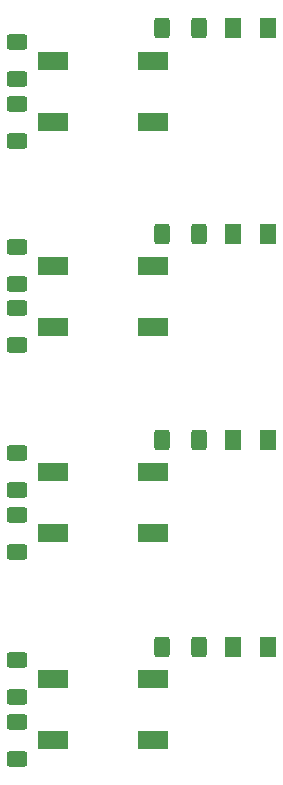
<source format=gtp>
G04 #@! TF.GenerationSoftware,KiCad,Pcbnew,8.0.1*
G04 #@! TF.CreationDate,2024-04-30T12:08:52+02:00*
G04 #@! TF.ProjectId,Taiko IoBoard,5461696b-6f20-4496-9f42-6f6172642e6b,1*
G04 #@! TF.SameCoordinates,Original*
G04 #@! TF.FileFunction,Paste,Top*
G04 #@! TF.FilePolarity,Positive*
%FSLAX46Y46*%
G04 Gerber Fmt 4.6, Leading zero omitted, Abs format (unit mm)*
G04 Created by KiCad (PCBNEW 8.0.1) date 2024-04-30 12:08:52*
%MOMM*%
%LPD*%
G01*
G04 APERTURE LIST*
G04 Aperture macros list*
%AMRoundRect*
0 Rectangle with rounded corners*
0 $1 Rounding radius*
0 $2 $3 $4 $5 $6 $7 $8 $9 X,Y pos of 4 corners*
0 Add a 4 corners polygon primitive as box body*
4,1,4,$2,$3,$4,$5,$6,$7,$8,$9,$2,$3,0*
0 Add four circle primitives for the rounded corners*
1,1,$1+$1,$2,$3*
1,1,$1+$1,$4,$5*
1,1,$1+$1,$6,$7*
1,1,$1+$1,$8,$9*
0 Add four rect primitives between the rounded corners*
20,1,$1+$1,$2,$3,$4,$5,0*
20,1,$1+$1,$4,$5,$6,$7,0*
20,1,$1+$1,$6,$7,$8,$9,0*
20,1,$1+$1,$8,$9,$2,$3,0*%
G04 Aperture macros list end*
%ADD10RoundRect,0.250000X0.625000X-0.400000X0.625000X0.400000X-0.625000X0.400000X-0.625000X-0.400000X0*%
%ADD11R,2.500000X1.524000*%
%ADD12RoundRect,0.250000X-0.400000X-0.625000X0.400000X-0.625000X0.400000X0.625000X-0.400000X0.625000X0*%
%ADD13RoundRect,0.250001X0.462499X0.624999X-0.462499X0.624999X-0.462499X-0.624999X0.462499X-0.624999X0*%
G04 APERTURE END LIST*
D10*
X110350000Y-91959637D03*
X110350000Y-88859637D03*
D11*
X121850000Y-90359637D03*
X121850000Y-85209637D03*
X113350000Y-85209637D03*
X113350000Y-90359637D03*
D12*
X122612500Y-82534637D03*
X125712500Y-82534637D03*
X122612500Y-30134637D03*
X125712500Y-30134637D03*
D10*
X110350000Y-56941851D03*
X110350000Y-53841851D03*
D13*
X131587500Y-47529351D03*
X128612500Y-47529351D03*
D10*
X110350000Y-51766851D03*
X110350000Y-48666851D03*
D11*
X121850000Y-72837500D03*
X121850000Y-67687500D03*
X113350000Y-67687500D03*
X113350000Y-72837500D03*
X121850000Y-38034637D03*
X121850000Y-32884637D03*
X113350000Y-32884637D03*
X113350000Y-38034637D03*
D10*
X110350000Y-86709637D03*
X110350000Y-83609637D03*
D13*
X131587500Y-82534637D03*
X128612500Y-82534637D03*
D10*
X110350000Y-74437500D03*
X110350000Y-71337500D03*
D13*
X131587500Y-65000000D03*
X128612500Y-65000000D03*
D10*
X110350000Y-69187500D03*
X110350000Y-66087500D03*
D13*
X131587500Y-30134637D03*
X128612500Y-30134637D03*
D10*
X110350000Y-34384637D03*
X110350000Y-31284637D03*
D12*
X122612500Y-65000000D03*
X125712500Y-65000000D03*
X122612500Y-47529351D03*
X125712500Y-47529351D03*
D11*
X121850000Y-55379351D03*
X121850000Y-50229351D03*
X113350000Y-50229351D03*
X113350000Y-55379351D03*
D10*
X110350000Y-39634637D03*
X110350000Y-36534637D03*
M02*

</source>
